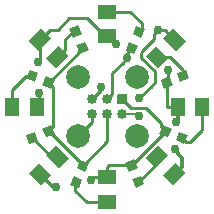
<source format=gtl>
G04 #@! TF.FileFunction,Copper,L1,Top,Signal*
%FSLAX46Y46*%
G04 Gerber Fmt 4.6, Leading zero omitted, Abs format (unit mm)*
G04 Created by KiCad (PCBNEW (2016-04-07 BZR 6673, Git 973786d)-product) date Fri 08 Apr 2016 06:49:24 PM CEST*
%MOMM*%
G01*
G04 APERTURE LIST*
%ADD10C,0.150000*%
%ADD11C,2.000000*%
%ADD12C,0.850000*%
%ADD13R,1.500000X1.200000*%
%ADD14R,1.200000X1.500000*%
%ADD15C,0.750000*%
%ADD16C,0.254000*%
%ADD17C,0.203200*%
%ADD18C,0.304800*%
G04 APERTURE END LIST*
D10*
D11*
X77500000Y-64500000D03*
X77500000Y-59500000D03*
X72500000Y-59500000D03*
X72500000Y-64500000D03*
D12*
X73730000Y-62635000D03*
X73730000Y-61365000D03*
X75000000Y-62635000D03*
X75000000Y-61365000D03*
X76270000Y-62635000D03*
D10*
G36*
X76579997Y-60940614D02*
X76592374Y-60942450D01*
X76604511Y-60945490D01*
X76616292Y-60949705D01*
X76627603Y-60955055D01*
X76638335Y-60961488D01*
X76648385Y-60968941D01*
X76657656Y-60977344D01*
X76666059Y-60986615D01*
X76673512Y-60996665D01*
X76679945Y-61007397D01*
X76685295Y-61018708D01*
X76689510Y-61030489D01*
X76692550Y-61042626D01*
X76694386Y-61055003D01*
X76695000Y-61067500D01*
X76695000Y-61662500D01*
X76694386Y-61674997D01*
X76692550Y-61687374D01*
X76689510Y-61699511D01*
X76685295Y-61711292D01*
X76679945Y-61722603D01*
X76673512Y-61733335D01*
X76666059Y-61743385D01*
X76657656Y-61752656D01*
X76648385Y-61761059D01*
X76638335Y-61768512D01*
X76627603Y-61774945D01*
X76616292Y-61780295D01*
X76604511Y-61784510D01*
X76592374Y-61787550D01*
X76579997Y-61789386D01*
X76567500Y-61790000D01*
X75972500Y-61790000D01*
X75960003Y-61789386D01*
X75947626Y-61787550D01*
X75935489Y-61784510D01*
X75923708Y-61780295D01*
X75912397Y-61774945D01*
X75901665Y-61768512D01*
X75891615Y-61761059D01*
X75882344Y-61752656D01*
X75873941Y-61743385D01*
X75866488Y-61733335D01*
X75860055Y-61722603D01*
X75854705Y-61711292D01*
X75850490Y-61699511D01*
X75847450Y-61687374D01*
X75845614Y-61674997D01*
X75845000Y-61662500D01*
X75845000Y-61067500D01*
X75845614Y-61055003D01*
X75847450Y-61042626D01*
X75850490Y-61030489D01*
X75854705Y-61018708D01*
X75860055Y-61007397D01*
X75866488Y-60996665D01*
X75873941Y-60986615D01*
X75882344Y-60977344D01*
X75891615Y-60968941D01*
X75901665Y-60961488D01*
X75912397Y-60955055D01*
X75923708Y-60949705D01*
X75935489Y-60945490D01*
X75947626Y-60942450D01*
X75960003Y-60940614D01*
X75972500Y-60940000D01*
X76567500Y-60940000D01*
X76579997Y-60940614D01*
X76579997Y-60940614D01*
G37*
G36*
X72678813Y-57542734D02*
X72373600Y-56805885D01*
X73110449Y-56500672D01*
X73415662Y-57237521D01*
X72678813Y-57542734D01*
X72678813Y-57542734D01*
G37*
G36*
X72105323Y-56158208D02*
X71800110Y-55421359D01*
X72536959Y-55116146D01*
X72842172Y-55852995D01*
X72105323Y-56158208D01*
X72105323Y-56158208D01*
G37*
G36*
X70243261Y-60481803D02*
X69506412Y-60176590D01*
X69811625Y-59439741D01*
X70548474Y-59744954D01*
X70243261Y-60481803D01*
X70243261Y-60481803D01*
G37*
G36*
X68858735Y-59908314D02*
X68121886Y-59603101D01*
X68427099Y-58866252D01*
X69163948Y-59171465D01*
X68858735Y-59908314D01*
X68858735Y-59908314D01*
G37*
G36*
X70532734Y-64291187D02*
X69795885Y-64596400D01*
X69490672Y-63859551D01*
X70227521Y-63554338D01*
X70532734Y-64291187D01*
X70532734Y-64291187D01*
G37*
G36*
X69148208Y-64864677D02*
X68411359Y-65169890D01*
X68106146Y-64433041D01*
X68842995Y-64127828D01*
X69148208Y-64864677D01*
X69148208Y-64864677D01*
G37*
G36*
X73461803Y-66786739D02*
X73156590Y-67523588D01*
X72419741Y-67218375D01*
X72724954Y-66481526D01*
X73461803Y-66786739D01*
X73461803Y-66786739D01*
G37*
G36*
X72888314Y-68171265D02*
X72583101Y-68908114D01*
X71846252Y-68602901D01*
X72151465Y-67866052D01*
X72888314Y-68171265D01*
X72888314Y-68171265D01*
G37*
G36*
X77271187Y-66447266D02*
X77576400Y-67184115D01*
X76839551Y-67489328D01*
X76534338Y-66752479D01*
X77271187Y-66447266D01*
X77271187Y-66447266D01*
G37*
G36*
X77844677Y-67831792D02*
X78149890Y-68568641D01*
X77413041Y-68873854D01*
X77107828Y-68137005D01*
X77844677Y-67831792D01*
X77844677Y-67831792D01*
G37*
G36*
X79716739Y-63548197D02*
X80453588Y-63853410D01*
X80148375Y-64590259D01*
X79411526Y-64285046D01*
X79716739Y-63548197D01*
X79716739Y-63548197D01*
G37*
G36*
X81101265Y-64121686D02*
X81838114Y-64426899D01*
X81532901Y-65163748D01*
X80796052Y-64858535D01*
X81101265Y-64121686D01*
X81101265Y-64121686D01*
G37*
G36*
X76568197Y-57263261D02*
X76873410Y-56526412D01*
X77610259Y-56831625D01*
X77305046Y-57568474D01*
X76568197Y-57263261D01*
X76568197Y-57263261D01*
G37*
G36*
X77141686Y-55878735D02*
X77446899Y-55141886D01*
X78183748Y-55447099D01*
X77878535Y-56183948D01*
X77141686Y-55878735D01*
X77141686Y-55878735D01*
G37*
G36*
X79507266Y-59738813D02*
X80244115Y-59433600D01*
X80549328Y-60170449D01*
X79812479Y-60475662D01*
X79507266Y-59738813D01*
X79507266Y-59738813D01*
G37*
G36*
X80891792Y-59165323D02*
X81628641Y-58860110D01*
X81933854Y-59596959D01*
X81197005Y-59902172D01*
X80891792Y-59165323D01*
X80891792Y-59165323D01*
G37*
G36*
X78253637Y-66314297D02*
X79314297Y-65253637D01*
X80162825Y-66102165D01*
X79102165Y-67162825D01*
X78253637Y-66314297D01*
X78253637Y-66314297D01*
G37*
G36*
X79737175Y-67797835D02*
X80797835Y-66737175D01*
X81646363Y-67585703D01*
X80585703Y-68646363D01*
X79737175Y-67797835D01*
X79737175Y-67797835D01*
G37*
D13*
X75000000Y-67950980D03*
X75000000Y-70049020D03*
D10*
G36*
X70685703Y-65253637D02*
X71746363Y-66314297D01*
X70897835Y-67162825D01*
X69837175Y-66102165D01*
X70685703Y-65253637D01*
X70685703Y-65253637D01*
G37*
G36*
X69202165Y-66737175D02*
X70262825Y-67797835D01*
X69414297Y-68646363D01*
X68353637Y-67585703D01*
X69202165Y-66737175D01*
X69202165Y-66737175D01*
G37*
D14*
X69049020Y-62000000D03*
X66950980Y-62000000D03*
D10*
G36*
X71746363Y-57685703D02*
X70685703Y-58746363D01*
X69837175Y-57897835D01*
X70897835Y-56837175D01*
X71746363Y-57685703D01*
X71746363Y-57685703D01*
G37*
G36*
X70262825Y-56202165D02*
X69202165Y-57262825D01*
X68353637Y-56414297D01*
X69414297Y-55353637D01*
X70262825Y-56202165D01*
X70262825Y-56202165D01*
G37*
D14*
X80950980Y-62000000D03*
X83049020Y-62000000D03*
D10*
G36*
X79314297Y-58746363D02*
X78253637Y-57685703D01*
X79102165Y-56837175D01*
X80162825Y-57897835D01*
X79314297Y-58746363D01*
X79314297Y-58746363D01*
G37*
G36*
X80797835Y-57262825D02*
X79737175Y-56202165D01*
X80585703Y-55353637D01*
X81646363Y-56414297D01*
X80797835Y-57262825D01*
X80797835Y-57262825D01*
G37*
D13*
X75000000Y-56049020D03*
X75000000Y-53950980D03*
D15*
X77699998Y-62805210D03*
X79300000Y-55500000D03*
X75700000Y-56700000D03*
X77700000Y-61300000D03*
X69200000Y-60800000D03*
X69100000Y-58200000D03*
X80799996Y-63300000D03*
X76700001Y-57900001D03*
X80177927Y-58922073D03*
X80700000Y-65600000D03*
X70700000Y-68800000D03*
X73600000Y-68200000D03*
X74498200Y-60325000D03*
D16*
X73730000Y-62635000D02*
X73730000Y-63270000D01*
X73730000Y-63270000D02*
X72500000Y-64500000D01*
D17*
X76270000Y-62635000D02*
X77529788Y-62635000D01*
X77529788Y-62635000D02*
X77699998Y-62805210D01*
D16*
X77700000Y-61300000D02*
X78779401Y-60220599D01*
X78779401Y-60220599D02*
X78779401Y-60189297D01*
X78779401Y-60189297D02*
X79000000Y-59968698D01*
X78925001Y-55874999D02*
X79300000Y-55500000D01*
X79000000Y-59968698D02*
X79000000Y-59000000D01*
X79000000Y-59000000D02*
X77882500Y-57882500D01*
X77940469Y-57259531D02*
X78925001Y-56274999D01*
X77882500Y-57882500D02*
X77882500Y-57458009D01*
X77882500Y-57458009D02*
X77940469Y-57400040D01*
X77940469Y-57400040D02*
X77940469Y-57259531D01*
X78925001Y-56274999D02*
X78925001Y-55874999D01*
X79830330Y-55500000D02*
X79300000Y-55500000D01*
X80691769Y-56308231D02*
X79883538Y-55500000D01*
X79883538Y-55500000D02*
X79830330Y-55500000D01*
X75325001Y-56325001D02*
X75700000Y-56700000D01*
X75049020Y-56049020D02*
X75325001Y-56325001D01*
X75000000Y-56049020D02*
X75049020Y-56049020D01*
X69308231Y-56308231D02*
X70116462Y-55500000D01*
X70116462Y-55500000D02*
X70800000Y-55500000D01*
X70800000Y-55500000D02*
X71800000Y-54500000D01*
X71800000Y-54500000D02*
X73300980Y-54500000D01*
X74850000Y-56049020D02*
X75000000Y-56049020D01*
X73300980Y-54500000D02*
X74850000Y-56049020D01*
X69200000Y-60800000D02*
X69200000Y-61849020D01*
X69200000Y-61849020D02*
X69049020Y-62000000D01*
X69308231Y-56308231D02*
X69308231Y-57991769D01*
X69308231Y-57991769D02*
X69100000Y-58200000D01*
X75000000Y-53950980D02*
X76950980Y-53950980D01*
X76950980Y-53950980D02*
X77900000Y-54900000D01*
X77900000Y-54900000D02*
X77900000Y-55425634D01*
X77900000Y-55425634D02*
X77662717Y-55662917D01*
X79208231Y-57791769D02*
X80291769Y-57791769D01*
X80291769Y-57791769D02*
X81412823Y-58912823D01*
X81412823Y-58912823D02*
X81412823Y-59381141D01*
D18*
X80950980Y-63149016D02*
X80799996Y-63300000D01*
X80950980Y-62000000D02*
X80950980Y-63149016D01*
D16*
X75000000Y-61365000D02*
X75424999Y-60940001D01*
X75424999Y-60940001D02*
X75424999Y-59175003D01*
X75424999Y-59175003D02*
X76325002Y-58275000D01*
X76325002Y-58275000D02*
X76700001Y-57900001D01*
X76700001Y-57436670D02*
X76700001Y-57900001D01*
X77089228Y-57047443D02*
X76700001Y-57436670D01*
X80177927Y-58922073D02*
X80177927Y-59805001D01*
X80177927Y-59805001D02*
X80028297Y-59954631D01*
D18*
X81300000Y-66300000D02*
X81300000Y-67083538D01*
X81300000Y-67083538D02*
X80691769Y-67691769D01*
X81017499Y-66017499D02*
X81300000Y-66300000D01*
X80700000Y-65600000D02*
X81017499Y-65917499D01*
X81017499Y-65917499D02*
X81017499Y-66017499D01*
D16*
X80028297Y-59954631D02*
X80028297Y-61931317D01*
X80028297Y-61931317D02*
X80096980Y-62000000D01*
X80096980Y-62000000D02*
X80950980Y-62000000D01*
X79996416Y-59954631D02*
X80028297Y-59954631D01*
X83049020Y-62000000D02*
X83049020Y-63950980D01*
X83049020Y-63950980D02*
X81981361Y-65018639D01*
X81981361Y-65018639D02*
X81693005Y-65018639D01*
X81693005Y-65018639D02*
X81317083Y-64642717D01*
X77628859Y-68352823D02*
X77647177Y-68352823D01*
X77647177Y-68352823D02*
X79208231Y-66791769D01*
X79208231Y-66791769D02*
X79208231Y-66208231D01*
X76270000Y-61365000D02*
X77005000Y-62100000D01*
X77005000Y-62100000D02*
X78300000Y-62100000D01*
X79556635Y-63356635D02*
X79556635Y-63693306D01*
X78300000Y-62100000D02*
X79556635Y-63356635D01*
X79556635Y-63693306D02*
X79932557Y-64069228D01*
X70700000Y-68800000D02*
X70416462Y-68800000D01*
X70416462Y-68800000D02*
X69308231Y-67691769D01*
X75000000Y-67950980D02*
X73849020Y-67950980D01*
X73849020Y-67950980D02*
X73600000Y-68200000D01*
X77055369Y-66968297D02*
X79932557Y-64091109D01*
X79932557Y-64091109D02*
X79932557Y-64069228D01*
X77055369Y-66968297D02*
X75128683Y-66968297D01*
X75128683Y-66968297D02*
X75000000Y-67096980D01*
X75000000Y-67096980D02*
X75000000Y-67950980D01*
X75000000Y-70049020D02*
X73249020Y-70049020D01*
X73249020Y-70049020D02*
X72300000Y-69100000D01*
X72300000Y-69100000D02*
X72300000Y-68454366D01*
X72300000Y-68454366D02*
X72367283Y-68387083D01*
X68627177Y-64648859D02*
X68648859Y-64648859D01*
X68648859Y-64648859D02*
X70208231Y-66208231D01*
X70208231Y-66208231D02*
X70791769Y-66208231D01*
X68642917Y-59387283D02*
X68111281Y-59387283D01*
X68111281Y-59387283D02*
X66950980Y-60547584D01*
X66950980Y-60547584D02*
X66950980Y-62000000D01*
X70791769Y-57791769D02*
X71400000Y-57183538D01*
X71400000Y-57183538D02*
X71400000Y-56300000D01*
X71400000Y-56300000D02*
X72062823Y-55637177D01*
X72062823Y-55637177D02*
X72321141Y-55637177D01*
X74498200Y-60596800D02*
X74498200Y-60325000D01*
X73730000Y-61365000D02*
X74498200Y-60596800D01*
X70011703Y-64075369D02*
X70069769Y-64075369D01*
X70069769Y-64075369D02*
X72940772Y-66946372D01*
X72940772Y-66946372D02*
X72940772Y-67002557D01*
X70011703Y-64075369D02*
X70400000Y-63687072D01*
X70400000Y-63687072D02*
X70400000Y-60333329D01*
X70400000Y-60333329D02*
X70027443Y-59960772D01*
X75000000Y-62635000D02*
X75000000Y-64943329D01*
X75000000Y-64943329D02*
X72940772Y-67002557D01*
X70027443Y-59960772D02*
X72894631Y-57093584D01*
X72894631Y-57093584D02*
X72894631Y-57021703D01*
M02*

</source>
